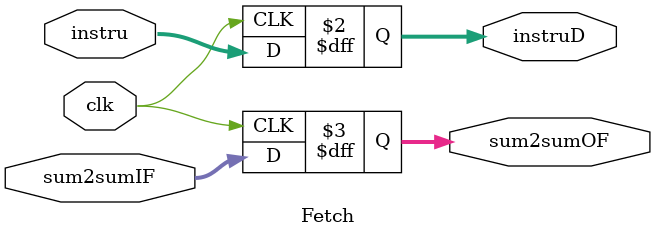
<source format=v>
`timescale 1ns / 1ps


module Fetch(clk,instru,instruD,sum2sumIF,sum2sumOF);
       
       input clk;
       input [31:0] instru; 
       input [31:0] sum2sumIF;
       output reg [31:0] instruD;
       output reg [31:0] sum2sumOF;
  

always @(posedge clk)
begin
    
    instruD   = instru;
    sum2sumOF = sum2sumIF;   
    
end
       
        
endmodule

</source>
